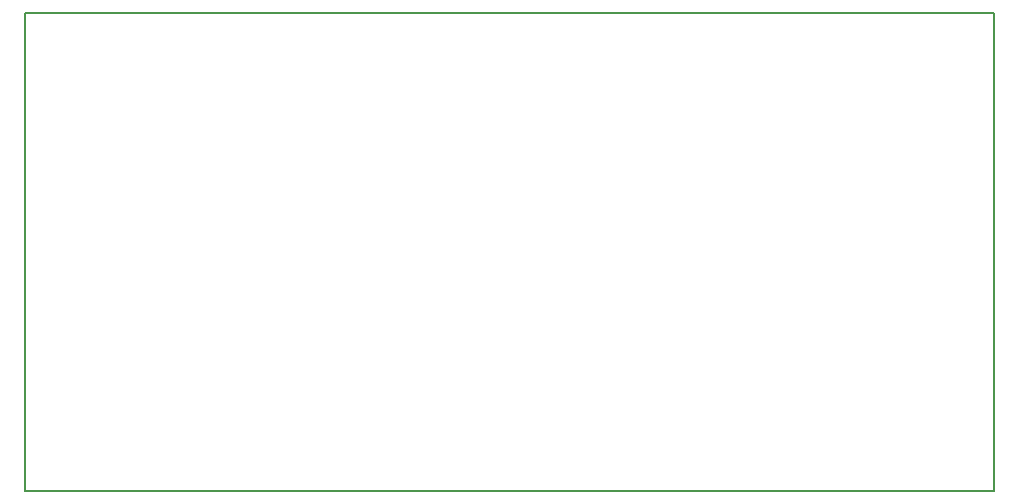
<source format=gbo>
G04 MADE WITH FRITZING*
G04 WWW.FRITZING.ORG*
G04 DOUBLE SIDED*
G04 HOLES PLATED*
G04 CONTOUR ON CENTER OF CONTOUR VECTOR*
%ASAXBY*%
%FSLAX23Y23*%
%MOIN*%
%OFA0B0*%
%SFA1.0B1.0*%
%ADD10R,3.235890X1.599590X3.219890X1.583590*%
%ADD11C,0.008000*%
%LNSILK0*%
G90*
G70*
G54D11*
X4Y1596D02*
X3232Y1596D01*
X3232Y4D01*
X4Y4D01*
X4Y1596D01*
D02*
G04 End of Silk0*
M02*
</source>
